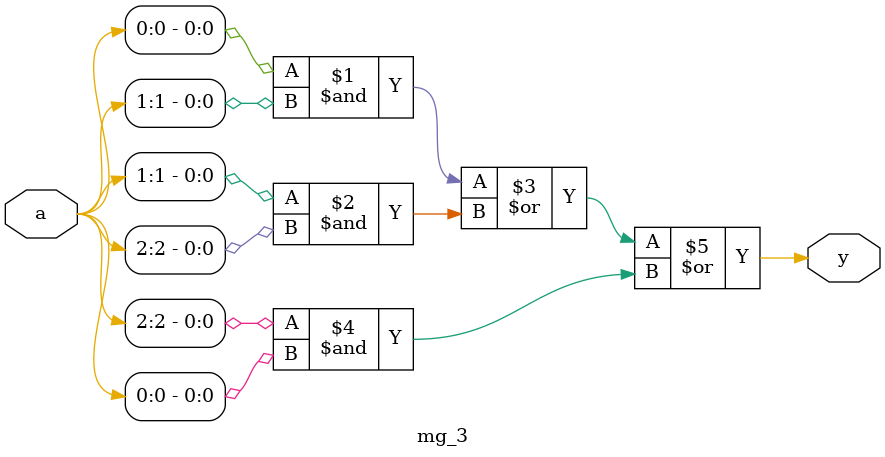
<source format=v>
`timescale 1ns / 1ps

module mg_3(a,y);
input [2:0]a;
output y;
assign y=a[0]&a[1] | a[1]&a[2] | a[2]&a[0];
endmodule

</source>
